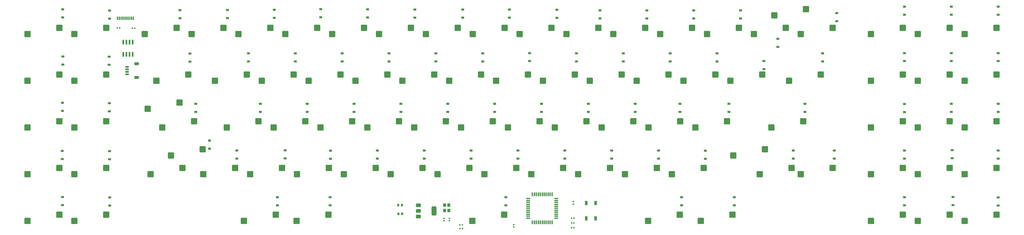
<source format=gbr>
%TF.GenerationSoftware,KiCad,Pcbnew,8.0.8*%
%TF.CreationDate,2025-03-31T12:37:53+02:00*%
%TF.ProjectId,xt_pcb,78745f70-6362-42e6-9b69-6361645f7063,rev?*%
%TF.SameCoordinates,Original*%
%TF.FileFunction,Paste,Bot*%
%TF.FilePolarity,Positive*%
%FSLAX46Y46*%
G04 Gerber Fmt 4.6, Leading zero omitted, Abs format (unit mm)*
G04 Created by KiCad (PCBNEW 8.0.8) date 2025-03-31 12:37:53*
%MOMM*%
%LPD*%
G01*
G04 APERTURE LIST*
G04 Aperture macros list*
%AMRoundRect*
0 Rectangle with rounded corners*
0 $1 Rounding radius*
0 $2 $3 $4 $5 $6 $7 $8 $9 X,Y pos of 4 corners*
0 Add a 4 corners polygon primitive as box body*
4,1,4,$2,$3,$4,$5,$6,$7,$8,$9,$2,$3,0*
0 Add four circle primitives for the rounded corners*
1,1,$1+$1,$2,$3*
1,1,$1+$1,$4,$5*
1,1,$1+$1,$6,$7*
1,1,$1+$1,$8,$9*
0 Add four rect primitives between the rounded corners*
20,1,$1+$1,$2,$3,$4,$5,0*
20,1,$1+$1,$4,$5,$6,$7,0*
20,1,$1+$1,$6,$7,$8,$9,0*
20,1,$1+$1,$8,$9,$2,$3,0*%
G04 Aperture macros list end*
%ADD10RoundRect,0.250000X1.025000X1.000000X-1.025000X1.000000X-1.025000X-1.000000X1.025000X-1.000000X0*%
%ADD11RoundRect,0.250000X-1.025000X-1.000000X1.025000X-1.000000X1.025000X1.000000X-1.025000X1.000000X0*%
%ADD12RoundRect,0.225000X-0.375000X0.225000X-0.375000X-0.225000X0.375000X-0.225000X0.375000X0.225000X0*%
%ADD13R,0.600000X1.450000*%
%ADD14R,0.300000X1.450000*%
%ADD15RoundRect,0.135000X-0.135000X-0.185000X0.135000X-0.185000X0.135000X0.185000X-0.135000X0.185000X0*%
%ADD16RoundRect,0.375000X-0.625000X-0.375000X0.625000X-0.375000X0.625000X0.375000X-0.625000X0.375000X0*%
%ADD17RoundRect,0.500000X-0.500000X-1.400000X0.500000X-1.400000X0.500000X1.400000X-0.500000X1.400000X0*%
%ADD18RoundRect,0.140000X-0.140000X-0.170000X0.140000X-0.170000X0.140000X0.170000X-0.140000X0.170000X0*%
%ADD19RoundRect,0.140000X0.170000X-0.140000X0.170000X0.140000X-0.170000X0.140000X-0.170000X-0.140000X0*%
%ADD20R,0.550000X1.500000*%
%ADD21R,1.500000X0.550000*%
%ADD22RoundRect,0.150000X-0.625000X0.150000X-0.625000X-0.150000X0.625000X-0.150000X0.625000X0.150000X0*%
%ADD23RoundRect,0.250000X-0.650000X0.350000X-0.650000X-0.350000X0.650000X-0.350000X0.650000X0.350000X0*%
%ADD24RoundRect,0.150000X-0.150000X0.825000X-0.150000X-0.825000X0.150000X-0.825000X0.150000X0.825000X0*%
%ADD25R,1.200000X1.400000*%
%ADD26RoundRect,0.135000X-0.185000X0.135000X-0.185000X-0.135000X0.185000X-0.135000X0.185000X0.135000X0*%
%ADD27RoundRect,0.225000X0.225000X0.250000X-0.225000X0.250000X-0.225000X-0.250000X0.225000X-0.250000X0*%
%ADD28R,1.000000X1.700000*%
%ADD29RoundRect,0.140000X-0.170000X0.140000X-0.170000X-0.140000X0.170000X-0.140000X0.170000X0.140000X0*%
%ADD30RoundRect,0.135000X0.135000X0.185000X-0.135000X0.185000X-0.135000X-0.185000X0.135000X-0.185000X0*%
%ADD31RoundRect,0.225000X0.375000X-0.225000X0.375000X0.225000X-0.375000X0.225000X-0.375000X-0.225000X0*%
G04 APERTURE END LIST*
D10*
%TO.C,SW79*%
X444495000Y-150145000D03*
X431568000Y-152685000D03*
%TD*%
%TO.C,SW43*%
X101595000Y-131095000D03*
X88668000Y-133635000D03*
%TD*%
%TO.C,SW46*%
X182572500Y-131095000D03*
X169645500Y-133635000D03*
%TD*%
%TO.C,SW36*%
X377835000Y-92995000D03*
X364908000Y-95535000D03*
%TD*%
%TO.C,SW72*%
X230197500Y-150145000D03*
X217270500Y-152685000D03*
%TD*%
%TO.C,SW25*%
X158760000Y-112045000D03*
X145833000Y-114585000D03*
%TD*%
%TO.C,SW38*%
X425445000Y-112045000D03*
X412518000Y-114585000D03*
%TD*%
%TO.C,SW62*%
X368310000Y-112045000D03*
X355383000Y-114585000D03*
%TD*%
%TO.C,SW28*%
X215910000Y-112045000D03*
X202983000Y-114585000D03*
%TD*%
%TO.C,SW9*%
X206385000Y-92995000D03*
X193458000Y-95535000D03*
%TD*%
%TO.C,SW23*%
X101595000Y-112045000D03*
X88668000Y-114585000D03*
%TD*%
%TO.C,SW60*%
X344497500Y-150145000D03*
X331570500Y-152685000D03*
%TD*%
%TO.C,SW5*%
X130185000Y-92995000D03*
X117258000Y-95535000D03*
%TD*%
%TO.C,SW3*%
X82545000Y-92995000D03*
X69618000Y-95535000D03*
%TD*%
%TO.C,SW56*%
X384978750Y-131095000D03*
X372051750Y-133635000D03*
%TD*%
%TO.C,SW20*%
X444495000Y-92995000D03*
X431568000Y-95535000D03*
%TD*%
D11*
%TO.C,SW97*%
X356521250Y-145065000D03*
X369448250Y-142525000D03*
%TD*%
D10*
%TO.C,SW63*%
X132566250Y-150145000D03*
X119639250Y-152685000D03*
%TD*%
%TO.C,SW42*%
X82545000Y-131095000D03*
X69618000Y-133635000D03*
%TD*%
%TO.C,SW83*%
X170498750Y-169195000D03*
X157571750Y-171735000D03*
%TD*%
%TO.C,SW47*%
X201622500Y-131095000D03*
X188695500Y-133635000D03*
%TD*%
%TO.C,SW85*%
X263367500Y-169195000D03*
X250440500Y-171735000D03*
%TD*%
%TO.C,SW90*%
X463545000Y-169195000D03*
X450618000Y-171735000D03*
%TD*%
%TO.C,SW82*%
X101595000Y-169195000D03*
X88668000Y-171735000D03*
%TD*%
%TO.C,SW13*%
X282585000Y-92995000D03*
X269658000Y-95535000D03*
%TD*%
%TO.C,SW24*%
X134947500Y-112045000D03*
X122020500Y-114585000D03*
%TD*%
%TO.C,SW81*%
X82545000Y-169195000D03*
X69618000Y-171735000D03*
%TD*%
%TO.C,SW22*%
X82545000Y-112045000D03*
X69618000Y-114585000D03*
%TD*%
%TO.C,SW14*%
X301635000Y-92995000D03*
X288708000Y-95535000D03*
%TD*%
%TO.C,SW49*%
X239722500Y-131095000D03*
X226795500Y-133635000D03*
%TD*%
%TO.C,SW54*%
X334972500Y-131095000D03*
X322045500Y-133635000D03*
%TD*%
%TO.C,SW10*%
X225435000Y-92995000D03*
X212508000Y-95535000D03*
%TD*%
%TO.C,SW15*%
X320685000Y-92995000D03*
X307758000Y-95535000D03*
%TD*%
%TO.C,SW29*%
X234960000Y-112045000D03*
X222033000Y-114585000D03*
%TD*%
%TO.C,SW67*%
X101595000Y-150145000D03*
X88668000Y-152685000D03*
%TD*%
%TO.C,SW50*%
X258772500Y-131095000D03*
X245845500Y-133635000D03*
%TD*%
%TO.C,SW58*%
X444495000Y-131095000D03*
X431568000Y-133635000D03*
%TD*%
%TO.C,SW55*%
X354022500Y-131095000D03*
X341095500Y-133635000D03*
%TD*%
%TO.C,SW16*%
X339735000Y-92995000D03*
X326808000Y-95535000D03*
%TD*%
%TO.C,SW96*%
X380216250Y-150145000D03*
X367289250Y-152685000D03*
%TD*%
%TO.C,SW73*%
X249247500Y-150145000D03*
X236320500Y-152685000D03*
%TD*%
%TO.C,SW37*%
X392122500Y-112045000D03*
X379195500Y-114585000D03*
%TD*%
%TO.C,SW71*%
X211147500Y-150145000D03*
X198220500Y-152685000D03*
%TD*%
%TO.C,SW52*%
X296872500Y-131095000D03*
X283945500Y-133635000D03*
%TD*%
%TO.C,SW34*%
X330210000Y-112045000D03*
X317283000Y-114585000D03*
%TD*%
%TO.C,SW59*%
X463545000Y-131095000D03*
X450618000Y-133635000D03*
%TD*%
%TO.C,SW75*%
X287347500Y-150145000D03*
X274420500Y-152685000D03*
%TD*%
D11*
%TO.C,SW44*%
X118445000Y-126030000D03*
X131372000Y-123490000D03*
%TD*%
D10*
%TO.C,SW41*%
X137328750Y-131095000D03*
X124401750Y-133635000D03*
%TD*%
%TO.C,SW6*%
X149235000Y-92995000D03*
X136308000Y-95535000D03*
%TD*%
%TO.C,SW21*%
X463545000Y-92995000D03*
X450618000Y-95535000D03*
%TD*%
%TO.C,SW77*%
X325447500Y-150145000D03*
X312520500Y-152685000D03*
%TD*%
%TO.C,SW4*%
X101595000Y-92995000D03*
X88668000Y-95535000D03*
%TD*%
%TO.C,SW2*%
X396885000Y-92995000D03*
X383958000Y-95535000D03*
%TD*%
D11*
%TO.C,SW1*%
X373190000Y-87915000D03*
X386117000Y-85375000D03*
%TD*%
D10*
%TO.C,SW12*%
X263535000Y-92995000D03*
X250608000Y-95535000D03*
%TD*%
%TO.C,SW66*%
X82545000Y-150145000D03*
X69618000Y-152685000D03*
%TD*%
%TO.C,SW68*%
X153997500Y-150145000D03*
X141070500Y-152685000D03*
%TD*%
%TO.C,SW40*%
X463545000Y-112045000D03*
X450618000Y-114585000D03*
%TD*%
%TO.C,SW45*%
X163522500Y-131095000D03*
X150595500Y-133635000D03*
%TD*%
%TO.C,SW7*%
X168285000Y-92995000D03*
X155358000Y-95535000D03*
%TD*%
%TO.C,SW48*%
X220672500Y-131095000D03*
X207745500Y-133635000D03*
%TD*%
%TO.C,SW31*%
X273060000Y-112045000D03*
X260133000Y-114585000D03*
%TD*%
%TO.C,SW26*%
X177810000Y-112045000D03*
X164883000Y-114585000D03*
%TD*%
%TO.C,SW35*%
X349260000Y-112045000D03*
X336333000Y-114585000D03*
%TD*%
%TO.C,SW84*%
X191930000Y-169195000D03*
X179003000Y-171735000D03*
%TD*%
%TO.C,SW78*%
X425445000Y-150145000D03*
X412518000Y-152685000D03*
%TD*%
%TO.C,SW32*%
X292110000Y-112045000D03*
X279183000Y-114585000D03*
%TD*%
%TO.C,SW89*%
X444495000Y-169195000D03*
X431568000Y-171735000D03*
%TD*%
%TO.C,SW69*%
X173047500Y-150145000D03*
X160120500Y-152685000D03*
%TD*%
%TO.C,SW17*%
X358785000Y-92995000D03*
X345858000Y-95535000D03*
%TD*%
%TO.C,SW39*%
X444495000Y-112045000D03*
X431568000Y-114585000D03*
%TD*%
%TO.C,SW74*%
X268297500Y-150145000D03*
X255370500Y-152685000D03*
%TD*%
%TO.C,SW30*%
X254010000Y-112045000D03*
X241083000Y-114585000D03*
%TD*%
%TO.C,SW64*%
X396885000Y-150145000D03*
X383958000Y-152685000D03*
%TD*%
%TO.C,SW19*%
X425445000Y-92995000D03*
X412518000Y-95535000D03*
%TD*%
%TO.C,SW57*%
X425445000Y-131095000D03*
X412518000Y-133635000D03*
%TD*%
%TO.C,SW8*%
X187335000Y-92995000D03*
X174408000Y-95535000D03*
%TD*%
%TO.C,SW51*%
X277822500Y-131095000D03*
X264895500Y-133635000D03*
%TD*%
%TO.C,SW33*%
X311160000Y-112045000D03*
X298233000Y-114585000D03*
%TD*%
%TO.C,SW76*%
X306397500Y-150145000D03*
X293470500Y-152685000D03*
%TD*%
%TO.C,SW11*%
X244485000Y-92995000D03*
X231558000Y-95535000D03*
%TD*%
%TO.C,SW80*%
X463545000Y-150145000D03*
X450618000Y-152685000D03*
%TD*%
%TO.C,SW27*%
X196860000Y-112045000D03*
X183933000Y-114585000D03*
%TD*%
%TO.C,SW88*%
X425445000Y-169195000D03*
X412518000Y-171735000D03*
%TD*%
%TO.C,SW87*%
X356236250Y-169195000D03*
X343309250Y-171735000D03*
%TD*%
D11*
%TO.C,SW61*%
X127921250Y-145065000D03*
X140848250Y-142525000D03*
%TD*%
D10*
%TO.C,SW86*%
X334805000Y-169195000D03*
X321878000Y-171735000D03*
%TD*%
%TO.C,SW53*%
X315922500Y-131095000D03*
X302995500Y-133635000D03*
%TD*%
%TO.C,SW70*%
X192097500Y-150145000D03*
X179170500Y-152685000D03*
%TD*%
D12*
%TO.C,D66*%
X230912500Y-143055000D03*
X230912500Y-146355000D03*
%TD*%
%TO.C,D49*%
X278537500Y-124005000D03*
X278537500Y-127305000D03*
%TD*%
%TO.C,D82*%
X356951250Y-162105000D03*
X356951250Y-165405000D03*
%TD*%
%TO.C,D79*%
X192645000Y-162105000D03*
X192645000Y-165405000D03*
%TD*%
%TO.C,D32*%
X311875000Y-103405000D03*
X311875000Y-106705000D03*
%TD*%
%TO.C,D58*%
X83742500Y-143205000D03*
X83742500Y-146505000D03*
%TD*%
%TO.C,D64*%
X192812500Y-143155000D03*
X192812500Y-146455000D03*
%TD*%
%TO.C,D13*%
X321400000Y-85905000D03*
X321400000Y-89205000D03*
%TD*%
D13*
%TO.C,J2*%
X106155000Y-89120000D03*
X106955000Y-89120000D03*
D14*
X108155000Y-89120000D03*
X109155000Y-89120000D03*
X109655000Y-89120000D03*
X110655000Y-89120000D03*
D13*
X111855000Y-89120000D03*
X112655000Y-89120000D03*
X112655000Y-89120000D03*
X111855000Y-89120000D03*
D14*
X111155000Y-89120000D03*
X110155000Y-89120000D03*
X108655000Y-89120000D03*
X107655000Y-89120000D03*
D13*
X106955000Y-89120000D03*
X106155000Y-89120000D03*
%TD*%
D15*
%TO.C,R2*%
X245400000Y-173390000D03*
X246420000Y-173390000D03*
%TD*%
D12*
%TO.C,D7*%
X207845000Y-85455000D03*
X207845000Y-88755000D03*
%TD*%
D16*
%TO.C,U1*%
X228550000Y-170000000D03*
X228550000Y-167700000D03*
D17*
X234850000Y-167700000D03*
D16*
X228550000Y-165400000D03*
%TD*%
D12*
%TO.C,D36*%
X392837500Y-103405000D03*
X392837500Y-106705000D03*
%TD*%
%TO.C,D19*%
X445210000Y-84355000D03*
X445210000Y-87655000D03*
%TD*%
%TO.C,D43*%
X164237500Y-124005000D03*
X164237500Y-127305000D03*
%TD*%
%TO.C,D59*%
X102997500Y-143340000D03*
X102997500Y-146640000D03*
%TD*%
D18*
%TO.C,C3*%
X290810000Y-170640000D03*
X291770000Y-170640000D03*
%TD*%
D12*
%TO.C,D83*%
X426160000Y-162105000D03*
X426160000Y-165405000D03*
%TD*%
%TO.C,D6*%
X188820000Y-85405000D03*
X188820000Y-88705000D03*
%TD*%
%TO.C,D41*%
X102897500Y-123790000D03*
X102897500Y-127090000D03*
%TD*%
%TO.C,D15*%
X359500000Y-85905000D03*
X359500000Y-89205000D03*
%TD*%
%TO.C,D84*%
X445835000Y-162005000D03*
X445835000Y-165305000D03*
%TD*%
D19*
%TO.C,C6*%
X241100000Y-171690000D03*
X241100000Y-170730000D03*
%TD*%
D12*
%TO.C,D12*%
X302350000Y-85905000D03*
X302350000Y-89205000D03*
%TD*%
%TO.C,D37*%
X426160000Y-103305000D03*
X426160000Y-106605000D03*
%TD*%
%TO.C,D44*%
X183287500Y-124005000D03*
X183287500Y-127305000D03*
%TD*%
%TO.C,D39*%
X464260000Y-103305000D03*
X464260000Y-106605000D03*
%TD*%
%TO.C,D22*%
X102822500Y-104765000D03*
X102822500Y-108065000D03*
%TD*%
%TO.C,D86*%
X397600000Y-143055000D03*
X397600000Y-146355000D03*
%TD*%
%TO.C,D65*%
X211862500Y-143055000D03*
X211862500Y-146355000D03*
%TD*%
%TO.C,D2*%
X102922500Y-86015000D03*
X102922500Y-89315000D03*
%TD*%
%TO.C,D25*%
X178525000Y-103405000D03*
X178525000Y-106705000D03*
%TD*%
%TO.C,D4*%
X150920000Y-85730000D03*
X150920000Y-89030000D03*
%TD*%
%TO.C,D28*%
X235675000Y-103405000D03*
X235675000Y-106705000D03*
%TD*%
%TO.C,D74*%
X445560000Y-142880000D03*
X445560000Y-146180000D03*
%TD*%
D20*
%TO.C,U2*%
X282860000Y-172330000D03*
X282060000Y-172330000D03*
X281260000Y-172330000D03*
X280460000Y-172330000D03*
X279660000Y-172330000D03*
X278860000Y-172330000D03*
X278060000Y-172330000D03*
X277260000Y-172330000D03*
X276460000Y-172330000D03*
X275660000Y-172330000D03*
X274860000Y-172330000D03*
D21*
X273160000Y-170630000D03*
X273160000Y-169830000D03*
X273160000Y-169030000D03*
X273160000Y-168230000D03*
X273160000Y-167430000D03*
X273160000Y-166630000D03*
X273160000Y-165830000D03*
X273160000Y-165030000D03*
X273160000Y-164230000D03*
X273160000Y-163430000D03*
X273160000Y-162630000D03*
D20*
X274860000Y-160930000D03*
X275660000Y-160930000D03*
X276460000Y-160930000D03*
X277260000Y-160930000D03*
X278060000Y-160930000D03*
X278860000Y-160930000D03*
X279660000Y-160930000D03*
X280460000Y-160930000D03*
X281260000Y-160930000D03*
X282060000Y-160930000D03*
X282860000Y-160930000D03*
D21*
X284560000Y-162630000D03*
X284560000Y-163430000D03*
X284560000Y-164230000D03*
X284560000Y-165030000D03*
X284560000Y-165830000D03*
X284560000Y-166630000D03*
X284560000Y-167430000D03*
X284560000Y-168230000D03*
X284560000Y-169030000D03*
X284560000Y-169830000D03*
X284560000Y-170630000D03*
%TD*%
D19*
%TO.C,C8*%
X267300000Y-174210000D03*
X267300000Y-173250000D03*
%TD*%
D22*
%TO.C,J1*%
X110055000Y-108975000D03*
X110055000Y-109975000D03*
X110055000Y-110975000D03*
X110055000Y-111975000D03*
D23*
X113930000Y-107675000D03*
X113930000Y-113275000D03*
%TD*%
D12*
%TO.C,D40*%
X83842500Y-123555000D03*
X83842500Y-126855000D03*
%TD*%
%TO.C,D53*%
X354737500Y-124005000D03*
X354737500Y-127305000D03*
%TD*%
D24*
%TO.C,U3*%
X108570000Y-98890000D03*
X109840000Y-98890000D03*
X111110000Y-98890000D03*
X112380000Y-98890000D03*
X112380000Y-103840000D03*
X111110000Y-103840000D03*
X109840000Y-103840000D03*
X108570000Y-103840000D03*
%TD*%
D12*
%TO.C,D45*%
X202337500Y-124005000D03*
X202337500Y-127305000D03*
%TD*%
D15*
%TO.C,R5*%
X112175000Y-93145000D03*
X113195000Y-93145000D03*
%TD*%
D12*
%TO.C,D70*%
X307112500Y-143055000D03*
X307112500Y-146355000D03*
%TD*%
%TO.C,D1*%
X83892500Y-85505000D03*
X83892500Y-88805000D03*
%TD*%
D25*
%TO.C,Y1*%
X239190000Y-167550000D03*
X239190000Y-165350000D03*
X240890000Y-165350000D03*
X240890000Y-167550000D03*
%TD*%
D26*
%TO.C,R1*%
X291480000Y-163850000D03*
X291480000Y-164870000D03*
%TD*%
D12*
%TO.C,D20*%
X464260000Y-84355000D03*
X464260000Y-87655000D03*
%TD*%
%TO.C,D23*%
X135662500Y-103505000D03*
X135662500Y-106805000D03*
%TD*%
%TO.C,D80*%
X264082500Y-162105000D03*
X264082500Y-165405000D03*
%TD*%
%TO.C,D71*%
X326162500Y-143055000D03*
X326162500Y-146355000D03*
%TD*%
D27*
%TO.C,C5*%
X221935000Y-168910000D03*
X220385000Y-168910000D03*
%TD*%
D12*
%TO.C,D81*%
X335520000Y-162105000D03*
X335520000Y-165405000D03*
%TD*%
%TO.C,D31*%
X292825000Y-103405000D03*
X292825000Y-106705000D03*
%TD*%
%TO.C,D27*%
X216625000Y-103405000D03*
X216625000Y-106705000D03*
%TD*%
%TO.C,D34*%
X349975000Y-103405000D03*
X349975000Y-106705000D03*
%TD*%
%TO.C,D77*%
X103072500Y-162165000D03*
X103072500Y-165465000D03*
%TD*%
%TO.C,D75*%
X464260000Y-143055000D03*
X464260000Y-146355000D03*
%TD*%
%TO.C,D3*%
X131620000Y-85855000D03*
X131620000Y-89155000D03*
%TD*%
D18*
%TO.C,C1*%
X290810002Y-174580000D03*
X291770002Y-174580000D03*
%TD*%
D12*
%TO.C,D47*%
X240437500Y-124005000D03*
X240437500Y-127305000D03*
%TD*%
D28*
%TO.C,BT1*%
X296750000Y-164460000D03*
X296750000Y-170760000D03*
X300550000Y-164460000D03*
X300550000Y-170760000D03*
%TD*%
D12*
%TO.C,D10*%
X265495000Y-85605000D03*
X265495000Y-88905000D03*
%TD*%
%TO.C,D73*%
X426160000Y-143055000D03*
X426160000Y-146355000D03*
%TD*%
%TO.C,D29*%
X254725000Y-103405000D03*
X254725000Y-106705000D03*
%TD*%
%TO.C,D26*%
X197575000Y-103405000D03*
X197575000Y-106705000D03*
%TD*%
%TO.C,D14*%
X340450000Y-85905000D03*
X340450000Y-89205000D03*
%TD*%
%TO.C,D8*%
X227045000Y-85530000D03*
X227045000Y-88830000D03*
%TD*%
D15*
%TO.C,R3*%
X245420000Y-174910000D03*
X246440000Y-174910000D03*
%TD*%
D12*
%TO.C,D72*%
X380931250Y-143055000D03*
X380931250Y-146355000D03*
%TD*%
%TO.C,D18*%
X426160000Y-84355000D03*
X426160000Y-87655000D03*
%TD*%
%TO.C,D9*%
X246570000Y-85605000D03*
X246570000Y-88905000D03*
%TD*%
D29*
%TO.C,C7*%
X238970000Y-170730000D03*
X238970000Y-171690000D03*
%TD*%
D12*
%TO.C,D60*%
X143565000Y-138957500D03*
X143565000Y-142257500D03*
%TD*%
%TO.C,D46*%
X221387500Y-124005000D03*
X221387500Y-127305000D03*
%TD*%
%TO.C,D63*%
X174345000Y-143005000D03*
X174345000Y-146305000D03*
%TD*%
%TO.C,D38*%
X445210000Y-103305000D03*
X445210000Y-106605000D03*
%TD*%
%TO.C,D52*%
X334887500Y-124005000D03*
X334887500Y-127305000D03*
%TD*%
%TO.C,D57*%
X464260000Y-124005000D03*
X464260000Y-127305000D03*
%TD*%
%TO.C,D76*%
X83867500Y-162030000D03*
X83867500Y-165330000D03*
%TD*%
%TO.C,D56*%
X445210000Y-124005000D03*
X445210000Y-127305000D03*
%TD*%
%TO.C,D50*%
X297587500Y-124005000D03*
X297587500Y-127305000D03*
%TD*%
%TO.C,D69*%
X288062500Y-143055000D03*
X288062500Y-146355000D03*
%TD*%
%TO.C,D55*%
X426160000Y-124105000D03*
X426160000Y-127405000D03*
%TD*%
D18*
%TO.C,C2*%
X290810000Y-172610000D03*
X291770000Y-172610000D03*
%TD*%
D12*
%TO.C,D48*%
X259487500Y-124005000D03*
X259487500Y-127305000D03*
%TD*%
%TO.C,D51*%
X316637500Y-124005000D03*
X316637500Y-127305000D03*
%TD*%
D30*
%TO.C,R4*%
X107155000Y-93055000D03*
X106135000Y-93055000D03*
%TD*%
D12*
%TO.C,D85*%
X464260000Y-162205000D03*
X464260000Y-165505000D03*
%TD*%
%TO.C,D16*%
X398615000Y-87007500D03*
X398615000Y-90307500D03*
%TD*%
%TO.C,D54*%
X385693750Y-124005000D03*
X385693750Y-127305000D03*
%TD*%
%TO.C,D67*%
X249962500Y-143055000D03*
X249962500Y-146355000D03*
%TD*%
%TO.C,D33*%
X330925000Y-103405000D03*
X330925000Y-106705000D03*
%TD*%
%TO.C,D42*%
X138043750Y-124005000D03*
X138043750Y-127305000D03*
%TD*%
%TO.C,D62*%
X154712500Y-143055000D03*
X154712500Y-146355000D03*
%TD*%
%TO.C,D30*%
X273775000Y-103305000D03*
X273775000Y-106605000D03*
%TD*%
%TO.C,D78*%
X171213750Y-162105000D03*
X171213750Y-165405000D03*
%TD*%
%TO.C,D61*%
X345212500Y-143155000D03*
X345212500Y-146455000D03*
%TD*%
D31*
%TO.C,D35*%
X374625000Y-100835000D03*
X374625000Y-97535000D03*
%TD*%
D12*
%TO.C,D24*%
X159475000Y-103405000D03*
X159475000Y-106705000D03*
%TD*%
D27*
%TO.C,C4*%
X221835000Y-165280000D03*
X220285000Y-165280000D03*
%TD*%
D12*
%TO.C,D11*%
X284845000Y-85680000D03*
X284845000Y-88980000D03*
%TD*%
%TO.C,D5*%
X169895000Y-85655000D03*
X169895000Y-88955000D03*
%TD*%
D31*
%TO.C,D87*%
X369025000Y-109905000D03*
X369025000Y-106605000D03*
%TD*%
D12*
%TO.C,D21*%
X83967500Y-104705000D03*
X83967500Y-108005000D03*
%TD*%
%TO.C,D68*%
X269012500Y-143055000D03*
X269012500Y-146355000D03*
%TD*%
M02*

</source>
